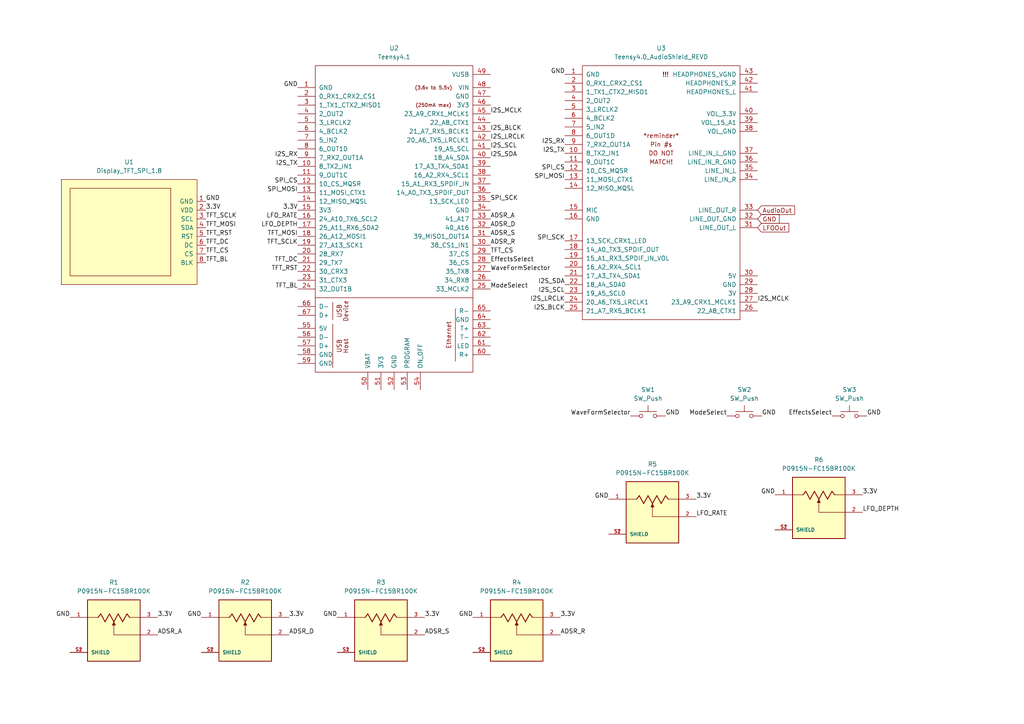
<source format=kicad_sch>
(kicad_sch (version 20231120) (generator "eeschema") (generator_version "8.0")
  (paper "A4")
  (title_block (title "Polyphonic Teensy Synth") (company "Quinventions Inc"))
  (lib_symbols
    (symbol "Display_TFT_SPI_1.8:Display_TFT_SPI_1.8" (pin_names (offset 1.016))
      (property "Reference" "U" (at 13.97 22.86 0))
      (property "Value" "Display_TFT_SPI_1.8" (at -1.27 -19.05 0))
      (symbol "Display_TFT_SPI_1.8_0_1"
        (rectangle (start -15.24 21.59) (end 15.24 -17.78) (fill (type background)))
        (polyline (pts (xy -12.7 13.97) (xy 12.7 13.97) (xy 12.7 -15.24) (xy -12.7 -15.24) (xy -12.7 13.97)))
      )
      (symbol "Display_TFT_SPI_1.8_1_1"
        (pin power_in line (at -8.89 24.13 270) (length 2.54) (name "GND") (number "1"))
        (pin power_in line (at -6.35 24.13 270) (length 2.54) (name "VDD") (number "2"))
        (pin bidirectional line (at -3.81 24.13 270) (length 2.54) (name "SCL") (number "3"))
        (pin bidirectional line (at -1.27 24.13 270) (length 2.54) (name "SDA") (number "4"))
        (pin input line (at 1.27 24.13 270) (length 2.54) (name "RST") (number "5"))
        (pin input line (at 3.81 24.13 270) (length 2.54) (name "DC") (number "6"))
        (pin input line (at 6.35 24.13 270) (length 2.54) (name "CS") (number "7"))
        (pin power_in line (at 8.89 24.13 270) (length 2.54) (name "BLK") (number "8"))
      )
    )
    (symbol "P0915N-FC15BR100K:P0915N-FC15BR100K" (pin_names (offset 1.016))
      (property "Reference" "R" (at -7.62 8.89 0))
      (property "Value" "P0915N-FC15BR100K" (at -7.62 -11.43 0))
      (symbol "P0915N-FC15BR100K_0_0"
        (rectangle (start -7.62 -10.16) (end 7.62 7.62) (stroke (width 0.254)) (fill (type background)))
        (polyline (pts (xy -7.62 2.54) (xy -4.572 2.54)) (stroke (width 0.1524)))
        (polyline (pts (xy -4.572 2.54) (xy -3.81 3.556)) (stroke (width 0.254)))
        (polyline (pts (xy -3.81 3.556) (xy -2.54 1.27)) (stroke (width 0.254)))
        (polyline (pts (xy -2.54 1.27) (xy -1.27 3.556)) (stroke (width 0.254)))
        (polyline (pts (xy -1.27 3.556) (xy 0 1.27)) (stroke (width 0.254)))
        (polyline (pts (xy 0 -2.54) (xy 0 0.254)) (stroke (width 0.1524)))
        (polyline (pts (xy 0 1.27) (xy 1.27 3.556)) (stroke (width 0.254)))
        (polyline (pts (xy 1.27 3.556) (xy 2.54 1.27)) (stroke (width 0.254)))
        (polyline (pts (xy 2.54 1.27) (xy 3.81 3.556)) (stroke (width 0.254)))
        (polyline (pts (xy 3.81 3.556) (xy 4.572 2.54)) (stroke (width 0.254)))
        (polyline (pts (xy 4.572 2.54) (xy 7.62 2.54)) (stroke (width 0.1524)))
        (polyline (pts (xy 7.62 -2.54) (xy 0 -2.54)) (stroke (width 0.1524)))
        (polyline (pts (xy -0.508 0.254) (xy 0.508 0.254) (xy 0 1.27) (xy -0.508 0.254)) (stroke (width 0.0254)) (fill (type outline)))
        (pin passive line (at -12.7 2.54 0) (length 5.08) (name "~") (number "1"))
        (pin passive line (at 12.7 -2.54 180) (length 5.08) (name "~") (number "2"))
        (pin passive line (at 12.7 2.54 180) (length 5.08) (name "~") (number "3"))
        (pin passive line (at -12.7 -7.62 0) (length 5.08) (name "SHIELD") (number "S1"))
        (pin passive line (at -12.7 -7.62 0) (length 5.08) (name "SHIELD") (number "S2"))
      )
    )
    (symbol "Switch:SW_Push" (pin_numbers hide) (pin_names (offset 1.016) hide)
      (property "Reference" "SW" (at 1.27 2.54 0))
      (property "Value" "SW_Push" (at 0 -1.524 0))
      (symbol "SW_Push_0_1"
        (circle (center -2.032 0) (radius 0.508))
        (polyline (pts (xy 0 1.27) (xy 0 3.048)))
        (polyline (pts (xy 2.54 1.27) (xy -2.54 1.27)))
        (circle (center 2.032 0) (radius 0.508))
        (pin passive line (at -5.08 0 0) (length 2.54) (name "1") (number "1"))
        (pin passive line (at 5.08 0 180) (length 2.54) (name "2") (number "2"))
      )
    )
    (symbol "teensy4.0_audioshield_revd:Teensy4.0_AudioShield_REVD" (pin_names (offset 1.016))
      (property "Reference" "U" (at 0 39.37 0))
      (property "Value" "Teensy4.0_AudioShield_REVD" (at 0 -39.37 0))
      (symbol "Teensy4.0_AudioShield_REVD_0_0"
        (text "!!!" (at 1.27 34.29 0) (effects (font (size 1.27 1.27))))
        (text "*reminder*" (at 0 16.51 0) (effects (font (size 1.27 1.27))))
        (text "DO NOT" (at 0 11.43 0) (effects (font (size 1.27 1.27))))
        (text "MATCH!" (at 0 8.89 0) (effects (font (size 1.27 1.27))))
        (text "Pin #s" (at 0 13.97 0) (effects (font (size 1.27 1.27))))
        (pin bidirectional line (at -27.94 11.43 0) (length 5.08) (name "8_TX2_IN1") (number "10"))
        (pin bidirectional line (at -27.94 8.89 0) (length 5.08) (name "9_OUT1C") (number "11"))
        (pin bidirectional line (at -27.94 6.35 0) (length 5.08) (name "10_CS_MQSR") (number "12"))
        (pin bidirectional line (at -27.94 3.81 0) (length 5.08) (name "11_MOSI_CTX1") (number "13"))
        (pin bidirectional line (at -27.94 1.27 0) (length 5.08) (name "12_MISO_MQSL") (number "14"))
        (pin bidirectional line (at -27.94 -5.08 0) (length 5.08) (name "MIC") (number "15"))
        (pin power_in line (at -27.94 -7.62 0) (length 5.08) (name "GND") (number "16"))
        (pin bidirectional line (at -27.94 -13.97 0) (length 5.08) (name "13_SCK_CRX1_LED") (number "17"))
        (pin bidirectional line (at -27.94 -16.51 0) (length 5.08) (name "14_A0_TX3_SPDIF_OUT") (number "18"))
        (pin bidirectional line (at -27.94 -19.05 0) (length 5.08) (name "15_A1_RX3_SPDIF_IN_VOL") (number "19"))
        (pin bidirectional line (at -27.94 -21.59 0) (length 5.08) (name "16_A2_RX4_SCL1") (number "20"))
        (pin bidirectional line (at -27.94 -24.13 0) (length 5.08) (name "17_A3_TX4_SDA1") (number "21"))
        (pin bidirectional line (at -27.94 -26.67 0) (length 5.08) (name "18_A4_SDA0") (number "22"))
        (pin bidirectional line (at -27.94 -29.21 0) (length 5.08) (name "19_A5_SCL0") (number "23"))
        (pin bidirectional line (at -27.94 -31.75 0) (length 5.08) (name "20_A6_TX5_LRCLK1") (number "24"))
        (pin bidirectional line (at -27.94 -34.29 0) (length 5.08) (name "21_A7_RX5_BCLK1") (number "25"))
        (pin bidirectional line (at 27.94 -34.29 180) (length 5.08) (name "22_A8_CTX1") (number "26"))
        (pin bidirectional line (at 27.94 -31.75 180) (length 5.08) (name "23_A9_CRX1_MCLK1") (number "27"))
        (pin power_out line (at 27.94 -29.21 180) (length 5.08) (name "3V") (number "28"))
        (pin power_in line (at 27.94 -26.67 180) (length 5.08) (name "GND") (number "29"))
        (pin power_out line (at 27.94 -24.13 180) (length 5.08) (name "5V") (number "30"))
        (pin bidirectional line (at 27.94 -10.16 180) (length 5.08) (name "LINE_OUT_L") (number "31"))
        (pin power_in line (at 27.94 -7.62 180) (length 5.08) (name "LINE_OUT_GND") (number "32"))
        (pin bidirectional line (at 27.94 -5.08 180) (length 5.08) (name "LINE_OUT_R") (number "33"))
        (pin bidirectional line (at 27.94 3.81 180) (length 5.08) (name "LINE_IN_R") (number "34"))
        (pin bidirectional line (at 27.94 6.35 180) (length 5.08) (name "LINE_IN_L") (number "35"))
        (pin power_in line (at 27.94 8.89 180) (length 5.08) (name "LINE_IN_R_GND") (number "36"))
        (pin power_in line (at 27.94 11.43 180) (length 5.08) (name "LINE_IN_L_GND") (number "37"))
        (pin bidirectional line (at 27.94 17.78 180) (length 5.08) (name "VOL_GND") (number "38"))
        (pin bidirectional line (at 27.94 20.32 180) (length 5.08) (name "VOL_15_A1") (number "39"))
        (pin bidirectional line (at 27.94 22.86 180) (length 5.08) (name "VOL_3.3V") (number "40"))
        (pin bidirectional line (at 27.94 29.21 180) (length 5.08) (name "HEADPHONES_L") (number "41"))
        (pin bidirectional line (at 27.94 31.75 180) (length 5.08) (name "HEADPHONES_R") (number "42"))
        (pin power_in line (at 27.94 34.29 180) (length 5.08) (name "HEADPHONES_VGND") (number "43"))
        (pin bidirectional line (at -27.94 24.13 0) (length 5.08) (name "3_LRCLK2") (number "5"))
        (pin bidirectional line (at -27.94 21.59 0) (length 5.08) (name "4_BCLK2") (number "6"))
        (pin bidirectional line (at -27.94 19.05 0) (length 5.08) (name "5_IN2") (number "7"))
        (pin bidirectional line (at -27.94 16.51 0) (length 5.08) (name "6_OUT1D") (number "8"))
        (pin bidirectional line (at -27.94 13.97 0) (length 5.08) (name "7_RX2_OUT1A") (number "9"))
      )
      (symbol "Teensy4.0_AudioShield_REVD_0_1"
        (rectangle (start -22.86 36.83) (end 22.86 -36.83))
        (rectangle (start -20.32 -31.75) (end -20.32 -31.75))
      )
      (symbol "Teensy4.0_AudioShield_REVD_1_1"
        (pin power_in line (at -27.94 34.29 0) (length 5.08) (name "GND") (number "1"))
        (pin bidirectional line (at -27.94 31.75 0) (length 5.08) (name "0_RX1_CRX2_CS1") (number "2"))
        (pin bidirectional line (at -27.94 29.21 0) (length 5.08) (name "1_TX1_CTX2_MISO1") (number "3"))
        (pin bidirectional line (at -27.94 26.67 0) (length 5.08) (name "2_OUT2") (number "4"))
      )
    )
    (symbol "teensy:Teensy4.1" (pin_names (offset 1.016))
      (property "Reference" "U" (at 0 64.77 0))
      (property "Value" "Teensy4.1" (at 0 62.23 0))
      (symbol "Teensy4.1_0_0"
        (polyline (pts (xy -22.86 -6.35) (xy 22.86 -6.35)))
        (polyline (pts (xy -17.78 -26.67) (xy -17.78 -13.97)))
        (polyline (pts (xy -17.78 -7.62) (xy -17.78 -12.7)))
        (polyline (pts (xy 17.78 -9.525) (xy 17.78 -24.765)))
        (text "(250mA max)" (at 11.43 49.53 0) (effects (font (size 1.016 1.016))))
        (text "(3.6v to 5.5v)" (at 11.43 54.61 0) (effects (font (size 1.016 1.016))))
        (text "Device" (at -13.97 -10.16 900) (effects (font (size 1.27 1.27))))
        (text "Ethernet" (at 15.875 -17.145 900) (effects (font (size 1.27 1.27))))
        (text "Host" (at -13.97 -20.32 900) (effects (font (size 1.27 1.27))))
        (text "USB" (at -15.875 -20.32 900) (effects (font (size 1.27 1.27))))
        (text "USB" (at -15.875 -10.16 900) (effects (font (size 1.27 1.27))))
        (pin bidirectional line (at -27.94 31.75 0) (length 5.08) (name "8_TX2_IN1") (number "10"))
        (pin bidirectional line (at -27.94 29.21 0) (length 5.08) (name "9_OUT1C") (number "11"))
        (pin bidirectional line (at -27.94 26.67 0) (length 5.08) (name "10_CS_MQSR") (number "12"))
        (pin bidirectional line (at -27.94 24.13 0) (length 5.08) (name "11_MOSI_CTX1") (number "13"))
        (pin bidirectional line (at -27.94 21.59 0) (length 5.08) (name "12_MISO_MQSL") (number "14"))
        (pin power_in line (at -27.94 19.05 0) (length 5.08) (name "3V3") (number "15"))
        (pin bidirectional line (at -27.94 16.51 0) (length 5.08) (name "24_A10_TX6_SCL2") (number "16"))
        (pin bidirectional line (at -27.94 13.97 0) (length 5.08) (name "25_A11_RX6_SDA2") (number "17"))
        (pin bidirectional line (at -27.94 11.43 0) (length 5.08) (name "26_A12_MOSI1") (number "18"))
        (pin bidirectional line (at -27.94 8.89 0) (length 5.08) (name "27_A13_SCK1") (number "19"))
        (pin bidirectional line (at -27.94 6.35 0) (length 5.08) (name "28_RX7") (number "20"))
        (pin bidirectional line (at -27.94 3.81 0) (length 5.08) (name "29_TX7") (number "21"))
        (pin bidirectional line (at -27.94 1.27 0) (length 5.08) (name "30_CRX3") (number "22"))
        (pin bidirectional line (at -27.94 -1.27 0) (length 5.08) (name "31_CTX3") (number "23"))
        (pin bidirectional line (at -27.94 -3.81 0) (length 5.08) (name "32_OUT1B") (number "24"))
        (pin bidirectional line (at 27.94 -3.81 180) (length 5.08) (name "33_MCLK2") (number "25"))
        (pin bidirectional line (at 27.94 -1.27 180) (length 5.08) (name "34_RX8") (number "26"))
        (pin bidirectional line (at 27.94 1.27 180) (length 5.08) (name "35_TX8") (number "27"))
        (pin bidirectional line (at 27.94 3.81 180) (length 5.08) (name "36_CS") (number "28"))
        (pin bidirectional line (at 27.94 6.35 180) (length 5.08) (name "37_CS") (number "29"))
        (pin bidirectional line (at 27.94 8.89 180) (length 5.08) (name "38_CS1_IN1") (number "30"))
        (pin bidirectional line (at 27.94 11.43 180) (length 5.08) (name "39_MISO1_OUT1A") (number "31"))
        (pin bidirectional line (at 27.94 13.97 180) (length 5.08) (name "40_A16") (number "32"))
        (pin bidirectional line (at 27.94 16.51 180) (length 5.08) (name "41_A17") (number "33"))
        (pin bidirectional line (at 27.94 21.59 180) (length 5.08) (name "13_SCK_LED") (number "35"))
        (pin bidirectional line (at 27.94 24.13 180) (length 5.08) (name "14_A0_TX3_SPDIF_OUT") (number "36"))
        (pin bidirectional line (at 27.94 26.67 180) (length 5.08) (name "15_A1_RX3_SPDIF_IN") (number "37"))
        (pin bidirectional line (at 27.94 29.21 180) (length 5.08) (name "16_A2_RX4_SCL1") (number "38"))
        (pin bidirectional line (at 27.94 31.75 180) (length 5.08) (name "17_A3_TX4_SDA1") (number "39"))
        (pin bidirectional line (at 27.94 34.29 180) (length 5.08) (name "18_A4_SDA") (number "40"))
        (pin bidirectional line (at 27.94 36.83 180) (length 5.08) (name "19_A5_SCL") (number "41"))
        (pin bidirectional line (at 27.94 39.37 180) (length 5.08) (name "20_A6_TX5_LRCLK1") (number "42"))
        (pin bidirectional line (at 27.94 41.91 180) (length 5.08) (name "21_A7_RX5_BCLK1") (number "43"))
        (pin bidirectional line (at 27.94 44.45 180) (length 5.08) (name "22_A8_CTX1") (number "44"))
        (pin bidirectional line (at 27.94 46.99 180) (length 5.08) (name "23_A9_CRX1_MCLK1") (number "45"))
        (pin output line (at 27.94 49.53 180) (length 5.08) (name "3V3") (number "46"))
        (pin output line (at 27.94 52.07 180) (length 5.08) (name "GND") (number "47"))
        (pin power_in line (at 27.94 54.61 180) (length 5.08) (name "VIN") (number "48"))
        (pin power_out line (at 27.94 58.42 180) (length 5.08) (name "VUSB") (number "49"))
        (pin bidirectional line (at -27.94 44.45 0) (length 5.08) (name "3_LRCLK2") (number "5"))
        (pin power_in line (at -7.62 -33.02 90) (length 5.08) (name "VBAT") (number "50"))
        (pin power_in line (at -3.81 -33.02 90) (length 5.08) (name "3V3") (number "51"))
        (pin input line (at 0 -33.02 90) (length 5.08) (name "GND") (number "52"))
        (pin input line (at 3.81 -33.02 90) (length 5.08) (name "PROGRAM") (number "53"))
        (pin input line (at 7.62 -33.02 90) (length 5.08) (name "ON_OFF") (number "54"))
        (pin power_out line (at -27.94 -15.24 0) (length 5.08) (name "5V") (number "55"))
        (pin bidirectional line (at -27.94 -17.78 0) (length 5.08) (name "D-") (number "56"))
        (pin bidirectional line (at -27.94 -20.32 0) (length 5.08) (name "D+") (number "57"))
        (pin power_in line (at -27.94 -22.86 0) (length 5.08) (name "GND") (number "58"))
        (pin power_in line (at -27.94 -25.4 0) (length 5.08) (name "GND") (number "59"))
        (pin bidirectional line (at -27.94 41.91 0) (length 5.08) (name "4_BCLK2") (number "6"))
        (pin bidirectional line (at 27.94 -22.86 180) (length 5.08) (name "R+") (number "60"))
        (pin bidirectional line (at 27.94 -20.32 180) (length 5.08) (name "LED") (number "61"))
        (pin bidirectional line (at 27.94 -17.78 180) (length 5.08) (name "T-") (number "62"))
        (pin bidirectional line (at 27.94 -15.24 180) (length 5.08) (name "T+") (number "63"))
        (pin power_in line (at 27.94 -12.7 180) (length 5.08) (name "GND") (number "64"))
        (pin bidirectional line (at 27.94 -10.16 180) (length 5.08) (name "R-") (number "65"))
        (pin bidirectional line (at -27.94 -8.89 0) (length 5.08) (name "D-") (number "66"))
        (pin bidirectional line (at -27.94 -11.43 0) (length 5.08) (name "D+") (number "67"))
        (pin bidirectional line (at -27.94 39.37 0) (length 5.08) (name "5_IN2") (number "7"))
        (pin bidirectional line (at -27.94 36.83 0) (length 5.08) (name "6_OUT1D") (number "8"))
        (pin bidirectional line (at -27.94 34.29 0) (length 5.08) (name "7_RX2_OUT1A") (number "9"))
      )
      (symbol "Teensy4.1_0_1"
        (rectangle (start -22.86 60.96) (end 22.86 -27.94))
        (rectangle (start -20.32 -1.27) (end -20.32 -1.27))
      )
      (symbol "Teensy4.1_1_1"
        (pin power_in line (at -27.94 54.61 0) (length 5.08) (name "GND") (number "1"))
        (pin bidirectional line (at -27.94 52.07 0) (length 5.08) (name "0_RX1_CRX2_CS1") (number "2"))
        (pin bidirectional line (at -27.94 49.53 0) (length 5.08) (name "1_TX1_CTX2_MISO1") (number "3"))
        (pin power_in line (at 27.94 19.05 180) (length 5.08) (name "GND") (number "34"))
        (pin bidirectional line (at -27.94 46.99 0) (length 5.08) (name "2_OUT2") (number "4"))
      )
    )
  )
  (label "SPI_SCK" (at 163.83 69.85 180))
  (label "3.3V" (at 86.36 60.96 180))
  (label "SPI_CS" (at 163.83 49.53 180))
  (label "GND" (at 97.79 179.07 180))
  (label "TFT_RST" (at 86.36 78.74 180))
  (label "EffectsSelect" (at 142.24 76.2 0))
  (label "GND" (at 58.42 179.07 180))
  (label "SPI_SCK" (at 142.24 58.42 0))
  (label "GND" (at 20.32 179.07 180))
  (label "ADSR_A" (at 142.24 63.5 0))
  (label "TFT_CS" (at 142.24 73.66 0))
  (label "WaveFormSelector" (at 182.88 120.65 180))
  (label "ADSR_S" (at 142.24 68.58 0))
  (label "SPI_CS" (at 86.36 53.34 180))
  (label "I2S_SCL" (at 142.24 43.18 0))
  (label "I2S_TX" (at 163.83 44.45 180))
  (label "I2S_TX" (at 86.36 48.26 180))
  (label "I2S_SDA" (at 142.24 45.72 0))
  (label "LFO_RATE" (at 86.36 63.5 180))
  (label "ADSR_D" (at 142.24 66.04 0))
  (label "I2S_SDA" (at 163.83 82.55 180))
  (label "I2S_LRCLK" (at 142.24 40.64 0))
  (label "SPI_MOSI" (at 86.36 55.88 180))
  (label "TFT_SCLK" (at 86.36 71.12 180))
  (label "TFT_BL" (at 59.69 76.2 0))
  (label "GND" (at 86.36 25.4 180))
  (label "ADSR_R" (at 162.56 184.15 0))
  (label "I2S_BLCK" (at 142.24 38.1 0))
  (label "ModeSelect" (at 142.24 83.82 0))
  (label "SPI_MOSI" (at 163.83 52.07 180))
  (label "3.3V" (at 162.56 179.07 0))
  (label "3.3V" (at 123.19 179.07 0))
  (label "ADSR_D" (at 83.82 184.15 0))
  (label "TFT_MOSI" (at 59.69 66.04 0))
  (label "ADSR_A" (at 45.72 184.15 0))
  (label "GND" (at 59.69 58.42 0))
  (label "GND" (at 176.53 144.78 180))
  (label "3.3V" (at 59.69 60.96 0))
  (label "3.3V" (at 201.93 144.78 0))
  (label "TFT_DC" (at 59.69 71.12 0))
  (label "3.3V" (at 83.82 179.07 0))
  (label "GND" (at 163.83 21.59 180))
  (label "GND" (at 224.79 143.51 180))
  (label "TFT_MOSI" (at 86.36 68.58 180))
  (label "TFT_BL" (at 86.36 83.82 180))
  (label "GND" (at 137.16 179.07 180))
  (label "I2S_BLCK" (at 163.83 90.17 180))
  (label "I2S_RX" (at 163.83 41.91 180))
  (label "ModeSelect" (at 210.82 120.65 180))
  (label "LFO_RATE" (at 201.93 149.86 0))
  (label "TFT_RST" (at 59.69 68.58 0))
  (label "LFO_DEPTH" (at 86.36 66.04 180))
  (label "3.3V" (at 45.72 179.07 0))
  (label "LFO_DEPTH" (at 250.19 148.59 0))
  (label "I2S_MCLK" (at 142.24 33.02 0))
  (label "TFT_SCLK" (at 59.69 63.5 0))
  (label "I2S_RX" (at 86.36 45.72 180))
  (label "EffectsSelect" (at 241.3 120.65 180))
  (label "WaveFormSelector" (at 142.24 78.74 0))
  (label "GND" (at 193.04 120.65 0))
  (label "TFT_CS" (at 59.69 73.66 0))
  (label "GND" (at 220.98 120.65 0))
  (label "I2S_LRCLK" (at 163.83 87.63 180))
  (label "I2S_SCL" (at 163.83 85.09 180))
  (label "GND" (at 251.46 120.65 0))
  (label "TFT_DC" (at 86.36 76.2 180))
  (label "3.3V" (at 250.19 143.51 0))
  (label "I2S_MCLK" (at 219.71 87.63 0))
  (label "ADSR_S" (at 123.19 184.15 0))
  (label "ADSR_R" (at 142.24 71.12 0))
  (global_label "AudioOut" (shape input) (at 219.71 60.96 0) (property "Intersheetrefs" "${INTERSHEET_REFS}" (effects (hide yes))))
  (global_label "LFOOut" (shape input) (at 219.71 66.04 0) (property "Intersheetrefs" "${INTERSHEET_REFS}" (effects (hide yes))))
  (global_label "GND" (shape input) (at 219.71 63.5 0) (property "Intersheetrefs" "${INTERSHEET_REFS}" (effects (hide yes))))
  (symbol (lib_id "teensy4.0_audioshield_revd:Teensy4.0_AudioShield_REVD") (at 191.77 55.88 0) (unit 1) (exclude_from_sim yes)
    (property "Reference" "U3" (at 191.77 13.97 0))
    (property "Value" "Teensy4.0_AudioShield_REVD" (at 191.77 16.51 0))
    (property "Footprint" "Library:4.0audioshield" (effects (hide yes)))
  )
  (symbol (lib_id "Switch:SW_Push") (at 215.9 120.65 0) (unit 1)
    (property "Reference" "SW2" (at 215.9 113.03 0))
    (property "Value" "SW_Push" (at 215.9 115.57 0))
    (property "Description" "Push button switch, generic, two pins" (effects (hide yes)))
  )
  (symbol (lib_id "P0915N-FC15BR100K:P0915N-FC15BR100K") (at 189.23 147.32 0) (unit 1)
    (property "Reference" "R5" (at 189.23 134.62 0))
    (property "Value" "P0915N-FC15BR100K" (at 189.23 137.16 0))
    (property "Footprint" "Library:TRIM_P0915N-FC15BR100K" (effects (hide yes)))
    (property "MF" "TT Electronics/BI" (effects (hide yes)))
    (property "MAXIMUM_PACKAGE_HEIGHT" "26 mm" (effects (hide yes)))
    (property "Package" "None" (effects (hide yes)))
    (property "Price" "None" (effects (hide yes)))
    (property "Check_prices" "https://www.snapeda.com/parts/P0915N-FC15BR100K/TT/view-part/?ref=eda" (effects (hide yes)))
    (property "STANDARD" "Manufacturer Recommendations" (effects (hide yes)))
    (property "PARTREV" "Issue B 04/2019" (effects (hide yes)))
    (property "SnapEDA_Link" "https://www.snapeda.com/parts/P0915N-FC15BR100K/TT/view-part/?ref=snap" (effects (hide yes)))
    (property "MP" "P0915N-FC15BR100K" (effects (hide yes)))
    (property "Description_1" "\n                        \n                            100k Ohm 1 Gang Linear Panel Mount Potentiometer None 1.0 Kierros Conductive Plastic 0.05W, 1/20W PC Pins, Board Locks\n                        \n" (effects (hide yes)))
    (property "Availability" "In Stock" (effects (hide yes)))
    (property "MANUFACTURER" "TT Electronics/BI" (effects (hide yes)))
  )
  (symbol (lib_id "Switch:SW_Push") (at 246.38 120.65 0) (unit 1)
    (property "Reference" "SW3" (at 246.38 113.03 0))
    (property "Value" "SW_Push" (at 246.38 115.57 0))
    (property "Description" "Push button switch, generic, two pins" (effects (hide yes)))
  )
  (symbol (lib_id "P0915N-FC15BR100K:P0915N-FC15BR100K") (at 149.86 181.61 0) (unit 1)
    (property "Reference" "R4" (at 149.86 168.91 0))
    (property "Value" "P0915N-FC15BR100K" (at 149.86 171.45 0))
    (property "Footprint" "Library:TRIM_P0915N-FC15BR100K" (effects (hide yes)))
    (property "MF" "TT Electronics/BI" (effects (hide yes)))
    (property "MAXIMUM_PACKAGE_HEIGHT" "26 mm" (effects (hide yes)))
    (property "Package" "None" (effects (hide yes)))
    (property "Price" "None" (effects (hide yes)))
    (property "Check_prices" "https://www.snapeda.com/parts/P0915N-FC15BR100K/TT/view-part/?ref=eda" (effects (hide yes)))
    (property "STANDARD" "Manufacturer Recommendations" (effects (hide yes)))
    (property "PARTREV" "Issue B 04/2019" (effects (hide yes)))
    (property "SnapEDA_Link" "https://www.snapeda.com/parts/P0915N-FC15BR100K/TT/view-part/?ref=snap" (effects (hide yes)))
    (property "MP" "P0915N-FC15BR100K" (effects (hide yes)))
    (property "Description_1" "\n                        \n                            100k Ohm 1 Gang Linear Panel Mount Potentiometer None 1.0 Kierros Conductive Plastic 0.05W, 1/20W PC Pins, Board Locks\n                        \n" (effects (hide yes)))
    (property "Availability" "In Stock" (effects (hide yes)))
    (property "MANUFACTURER" "TT Electronics/BI" (effects (hide yes)))
  )
  (symbol (lib_id "Display_TFT_SPI_1.8:Display_TFT_SPI_1.8") (at 35.56 67.31 270) (unit 1)
    (property "Reference" "U1" (at 37.465 46.99 90))
    (property "Value" "Display_TFT_SPI_1.8" (at 37.465 49.53 90))
    (property "Footprint" "Library:Display_TFT_SPI_1.8" (effects (hide yes)))
  )
  (symbol (lib_id "P0915N-FC15BR100K:P0915N-FC15BR100K") (at 237.49 146.05 0) (unit 1)
    (property "Reference" "R6" (at 237.49 133.35 0))
    (property "Value" "P0915N-FC15BR100K" (at 237.49 135.89 0))
    (property "Footprint" "Library:TRIM_P0915N-FC15BR100K" (effects (hide yes)))
    (property "MF" "TT Electronics/BI" (effects (hide yes)))
    (property "MAXIMUM_PACKAGE_HEIGHT" "26 mm" (effects (hide yes)))
    (property "Package" "None" (effects (hide yes)))
    (property "Price" "None" (effects (hide yes)))
    (property "Check_prices" "https://www.snapeda.com/parts/P0915N-FC15BR100K/TT/view-part/?ref=eda" (effects (hide yes)))
    (property "STANDARD" "Manufacturer Recommendations" (effects (hide yes)))
    (property "PARTREV" "Issue B 04/2019" (effects (hide yes)))
    (property "SnapEDA_Link" "https://www.snapeda.com/parts/P0915N-FC15BR100K/TT/view-part/?ref=snap" (effects (hide yes)))
    (property "MP" "P0915N-FC15BR100K" (effects (hide yes)))
    (property "Description_1" "\n                        \n                            100k Ohm 1 Gang Linear Panel Mount Potentiometer None 1.0 Kierros Conductive Plastic 0.05W, 1/20W PC Pins, Board Locks\n                        \n" (effects (hide yes)))
    (property "Availability" "In Stock" (effects (hide yes)))
    (property "MANUFACTURER" "TT Electronics/BI" (effects (hide yes)))
  )
  (symbol (lib_id "teensy:Teensy4.1") (at 114.3 80.01 0) (unit 1)
    (property "Reference" "U2" (at 114.3 13.97 0))
    (property "Value" "Teensy4.1" (at 114.3 16.51 0))
    (property "Footprint" "Library:Teensy41" (effects (hide yes)))
  )
  (symbol (lib_id "Switch:SW_Push") (at 187.96 120.65 0) (unit 1)
    (property "Reference" "SW1" (at 187.96 113.03 0))
    (property "Value" "SW_Push" (at 187.96 115.57 0))
    (property "Description" "Push button switch, generic, two pins" (effects (hide yes)))
  )
  (symbol (lib_id "P0915N-FC15BR100K:P0915N-FC15BR100K") (at 110.49 181.61 0) (unit 1)
    (property "Reference" "R3" (at 110.49 168.91 0))
    (property "Value" "P0915N-FC15BR100K" (at 110.49 171.45 0))
    (property "Footprint" "Library:TRIM_P0915N-FC15BR100K" (effects (hide yes)))
    (property "MF" "TT Electronics/BI" (effects (hide yes)))
    (property "MAXIMUM_PACKAGE_HEIGHT" "26 mm" (effects (hide yes)))
    (property "Package" "None" (effects (hide yes)))
    (property "Price" "None" (effects (hide yes)))
    (property "Check_prices" "https://www.snapeda.com/parts/P0915N-FC15BR100K/TT/view-part/?ref=eda" (effects (hide yes)))
    (property "STANDARD" "Manufacturer Recommendations" (effects (hide yes)))
    (property "PARTREV" "Issue B 04/2019" (effects (hide yes)))
    (property "SnapEDA_Link" "https://www.snapeda.com/parts/P0915N-FC15BR100K/TT/view-part/?ref=snap" (effects (hide yes)))
    (property "MP" "P0915N-FC15BR100K" (effects (hide yes)))
    (property "Description_1" "\n                        \n                            100k Ohm 1 Gang Linear Panel Mount Potentiometer None 1.0 Kierros Conductive Plastic 0.05W, 1/20W PC Pins, Board Locks\n                        \n" (effects (hide yes)))
    (property "Availability" "In Stock" (effects (hide yes)))
    (property "MANUFACTURER" "TT Electronics/BI" (effects (hide yes)))
  )
  (symbol (lib_id "P0915N-FC15BR100K:P0915N-FC15BR100K") (at 71.12 181.61 0) (unit 1)
    (property "Reference" "R2" (at 71.12 168.91 0))
    (property "Value" "P0915N-FC15BR100K" (at 71.12 171.45 0))
    (property "Footprint" "Library:TRIM_P0915N-FC15BR100K" (effects (hide yes)))
    (property "MF" "TT Electronics/BI" (effects (hide yes)))
    (property "MAXIMUM_PACKAGE_HEIGHT" "26 mm" (effects (hide yes)))
    (property "Package" "None" (effects (hide yes)))
    (property "Price" "None" (effects (hide yes)))
    (property "Check_prices" "https://www.snapeda.com/parts/P0915N-FC15BR100K/TT/view-part/?ref=eda" (effects (hide yes)))
    (property "STANDARD" "Manufacturer Recommendations" (effects (hide yes)))
    (property "PARTREV" "Issue B 04/2019" (effects (hide yes)))
    (property "SnapEDA_Link" "https://www.snapeda.com/parts/P0915N-FC15BR100K/TT/view-part/?ref=snap" (effects (hide yes)))
    (property "MP" "P0915N-FC15BR100K" (effects (hide yes)))
    (property "Description_1" "\n                        \n                            100k Ohm 1 Gang Linear Panel Mount Potentiometer None 1.0 Kierros Conductive Plastic 0.05W, 1/20W PC Pins, Board Locks\n                        \n" (effects (hide yes)))
    (property "Availability" "In Stock" (effects (hide yes)))
    (property "MANUFACTURER" "TT Electronics/BI" (effects (hide yes)))
  )
  (symbol (lib_id "P0915N-FC15BR100K:P0915N-FC15BR100K") (at 33.02 181.61 0) (unit 1)
    (property "Reference" "R1" (at 33.02 168.91 0))
    (property "Value" "P0915N-FC15BR100K" (at 33.02 171.45 0))
    (property "Footprint" "Library:TRIM_P0915N-FC15BR100K" (effects (hide yes)))
    (property "MF" "TT Electronics/BI" (effects (hide yes)))
    (property "MAXIMUM_PACKAGE_HEIGHT" "26 mm" (effects (hide yes)))
    (property "Package" "None" (effects (hide yes)))
    (property "Price" "None" (effects (hide yes)))
    (property "Check_prices" "https://www.snapeda.com/parts/P0915N-FC15BR100K/TT/view-part/?ref=eda" (effects (hide yes)))
    (property "STANDARD" "Manufacturer Recommendations" (effects (hide yes)))
    (property "PARTREV" "Issue B 04/2019" (effects (hide yes)))
    (property "SnapEDA_Link" "https://www.snapeda.com/parts/P0915N-FC15BR100K/TT/view-part/?ref=snap" (effects (hide yes)))
    (property "MP" "P0915N-FC15BR100K" (effects (hide yes)))
    (property "Description_1" "\n                        \n                            100k Ohm 1 Gang Linear Panel Mount Potentiometer None 1.0 Kierros Conductive Plastic 0.05W, 1/20W PC Pins, Board Locks\n                        \n" (effects (hide yes)))
    (property "Availability" "In Stock" (effects (hide yes)))
    (property "MANUFACTURER" "TT Electronics/BI" (effects (hide yes)))
  )
)
</source>
